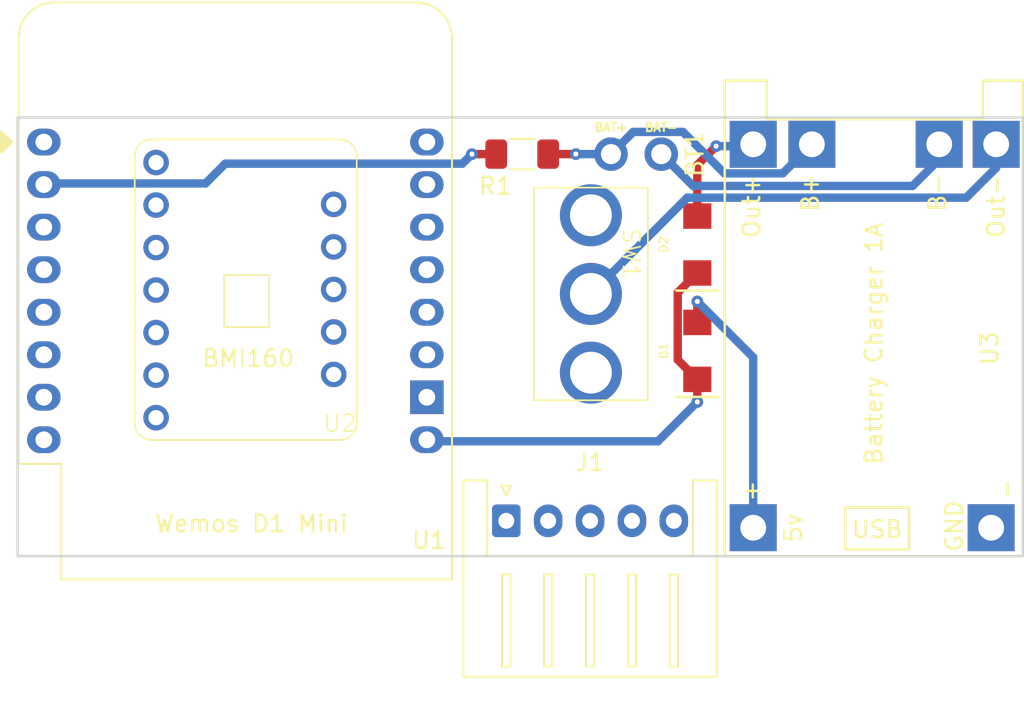
<source format=kicad_pcb>
(kicad_pcb (version 20221018) (generator pcbnew)
  (layers (0 "F.Cu" signal) (31 "B.Cu" power) (34 "B.Paste" user) (35 "F.Paste" user) (36 "B.SilkS" user "B.Silkscreen") (37 "F.SilkS" user "F.Silkscreen") (38 "B.Mask" user) (39 "F.Mask" user) (44 "Edge.Cuts" user))
  (net 0 "")
  (net 1 "Net-(BT1-Bat-)")
  (net 2 "Net-(BT1-Bat+)")
  (net 3 "Net-(D1-K)")
  (net 4 "Net-(U3-RB+)")
  (net 5 "Net-(U3-Out+)")
  (net 6 "Net-(J1-Pin_1)")
  (net 7 "Net-(J1-Pin_2)")
  (net 9 "Net-(J1-Pin_4)")
  (net 10 "Net-(J1-Pin_5)")
  (net 11 "Net-(U1-A0)")
  (net 13 "Net-(SW1-B)")
  (footprint "Module:WEMOS_D1_mini_light" (layer "F.Cu") (at 124.55 122.23)
    (fp_text reference "U1" (at 22.995 23.79) (layer "F.SilkS"))
    (fp_text value "WeMos_D1_mini")
    (fp_text user "Wemos D1 Mini" (at 12.395 22.79 unlocked) (layer "F.SilkS"))
    (fp_line (start -1.5 19.22) (end -1.5 -6.21) (stroke (width 0.12)) (layer "F.SilkS"))
    (fp_line (start -1.5 19.22) (end 1.04 19.22) (stroke (width 0.12)) (layer "F.SilkS"))
    (fp_line (start 1.04 19.22) (end 1.04 26.12) (stroke (width 0.12)) (layer "F.SilkS"))
    (fp_line (start 1.04 26.12) (end 24.36 26.12) (stroke (width 0.12)) (layer "F.SilkS"))
    (fp_line (start 22.24 -8.34) (end 0.63 -8.34) (stroke (width 0.12)) (layer "F.SilkS"))
    (fp_line (start 24.36 26.12) (end 24.36 -6.21) (stroke (width 0.12)) (layer "F.SilkS"))
    (fp_arc (start -1.5 -6.21) (mid -0.876137 -7.716137) (end 0.63 -8.34) (stroke (width 0.12)) (layer "F.SilkS"))
    (fp_arc (start 22.23 -8.34) (mid 23.736137 -7.716137) (end 24.36 -6.21) (stroke (width 0.12)) (layer "F.SilkS"))
    (fp_poly (pts (xy -2.54 -0.635) (xy -2.54 0.635) (xy -1.905 0)) (stroke (width 0.15)) (fill solid) (layer "F.SilkS"))
    (pad "1" thru_hole oval (at 0 0) (size 2 1.6) (drill 1) (layers "*.Cu" "*.Mask"))
    (pad "2" thru_hole oval (at 0 2.54) (size 2 1.6) (drill 1) (layers "*.Cu" "*.Mask") (net 11 "Net-(U1-A0)"))
    (pad "3" thru_hole oval (at 0 5.08) (size 2 1.6) (drill 1) (layers "*.Cu" "*.Mask"))
    (pad "4" thru_hole oval (at 0 7.62) (size 2 1.6) (drill 1) (layers "*.Cu" "*.Mask"))
    (pad "5" thru_hole oval (at 0 10.16) (size 2 1.6) (drill 1) (layers "*.Cu" "*.Mask"))
    (pad "6" thru_hole oval (at 0 12.7) (size 2 1.6) (drill 1) (layers "*.Cu" "*.Mask"))
    (pad "7" thru_hole oval (at 0 15.24) (size 2 1.6) (drill 1) (layers "*.Cu" "*.Mask"))
    (pad "8" thru_hole oval (at 0 17.78) (size 2 1.6) (drill 1) (layers "*.Cu" "*.Mask") (net 7 "Net-(J1-Pin_2)"))
    (pad "9" thru_hole oval (at 22.86 17.78) (size 2 1.6) (drill 1) (layers "*.Cu" "*.Mask") (net 3 "Net-(D1-K)"))
    (pad "10" thru_hole rect (at 22.86 15.24) (size 2 2) (drill 1) (layers "*.Cu" "*.Mask") (net 9 "Net-(J1-Pin_4)"))
    (pad "11" thru_hole oval (at 22.86 12.7) (size 2 1.6) (drill 1) (layers "*.Cu" "*.Mask"))
    (pad "12" thru_hole oval (at 22.86 10.16) (size 2 1.6) (drill 1) (layers "*.Cu" "*.Mask"))
    (pad "13" thru_hole oval (at 22.86 7.62) (size 2 1.6) (drill 1) (layers "*.Cu" "*.Mask") (net 6 "Net-(J1-Pin_1)"))
    (pad "14" thru_hole oval (at 22.86 5.08) (size 2 1.6) (drill 1) (layers "*.Cu" "*.Mask") (net 10 "Net-(J1-Pin_5)"))
    (pad "15" thru_hole oval (at 22.86 2.54) (size 2 1.6) (drill 1) (layers "*.Cu" "*.Mask"))
    (pad "16" thru_hole oval (at 22.86 0) (size 2 1.6) (drill 1) (layers "*.Cu" "*.Mask"))
  )
  (footprint "Module:BMI160 module" (layer "F.Cu") (at 129.975 122.075)
    (fp_text reference "U2" (at 12.25 16.95 unlocked) (layer "F.SilkS") (effects (font (thickness 0.1))))
    (fp_text value "~")
    (fp_text user "BMI160" (at 6.775 13.075 unlocked) (layer "F.SilkS"))
    (fp_line (start 0 1) (end 0 16.95) (stroke (width 0.1)) (layer "F.SilkS"))
    (fp_line (start 1 0) (end 12.25 0) (stroke (width 0.1)) (layer "F.SilkS"))
    (fp_line (start 1 17.95) (end 12.25 17.95) (stroke (width 0.1)) (layer "F.SilkS"))
    (fp_line (start 13.25 1) (end 13.25 16.95) (stroke (width 0.1)) (layer "F.SilkS"))
    (fp_rect (start 5.336 8.102) (end 8.026 11.202) (stroke (width 0.1)) (fill none) (layer "F.SilkS"))
    (fp_arc (start 0 1) (mid 0.292893 0.292893) (end 1 0) (stroke (width 0.1)) (layer "F.SilkS"))
    (fp_arc (start 1 17.95) (mid 0.292893 17.657107) (end 0 16.95) (stroke (width 0.1)) (layer "F.SilkS"))
    (fp_arc (start 12.25 0) (mid 12.957107 0.292893) (end 13.25 1) (stroke (width 0.1)) (layer "F.SilkS"))
    (fp_arc (start 13.25 16.95) (mid 12.957107 17.657107) (end 12.25 17.95) (stroke (width 0.1)) (layer "F.SilkS"))
    (pad "1" thru_hole circle (at 1.275 1.375) (size 1.524 1.524) (drill 0.914) (layers "*.Cu" "*.Mask"))
    (pad "2" thru_hole circle (at 1.275 3.915) (size 1.524 1.524) (drill 0.914) (layers "*.Cu" "*.Mask") (net 7 "Net-(J1-Pin_2)"))
    (pad "3" thru_hole circle (at 1.275 6.455) (size 1.524 1.524) (drill 0.914) (layers "*.Cu" "*.Mask") (net 9 "Net-(J1-Pin_4)"))
    (pad "4" thru_hole circle (at 1.275 8.995) (size 1.524 1.524) (drill 0.914) (layers "*.Cu" "*.Mask") (net 10 "Net-(J1-Pin_5)"))
    (pad "5" thru_hole circle (at 1.275 11.535) (size 1.524 1.524) (drill 0.914) (layers "*.Cu" "*.Mask") (net 6 "Net-(J1-Pin_1)"))
    (pad "6" thru_hole circle (at 1.275 14.075) (size 1.524 1.524) (drill 0.914) (layers "*.Cu" "*.Mask"))
    (pad "7" thru_hole circle (at 1.275 16.615) (size 1.524 1.524) (drill 0.914) (layers "*.Cu" "*.Mask") (net 9 "Net-(J1-Pin_4)"))
    (pad "8" thru_hole circle (at 11.875 3.875) (size 1.524 1.524) (drill 0.914) (layers "*.Cu" "*.Mask"))
    (pad "9" thru_hole circle (at 11.875 6.415) (size 1.524 1.524) (drill 0.914) (layers "*.Cu" "*.Mask"))
    (pad "10" thru_hole circle (at 11.875 8.955) (size 1.524 1.524) (drill 0.914) (layers "*.Cu" "*.Mask"))
    (pad "11" thru_hole circle (at 11.875 11.495) (size 1.524 1.524) (drill 0.914) (layers "*.Cu" "*.Mask"))
    (pad "12" thru_hole circle (at 11.875 14.035) (size 1.524 1.524) (drill 0.914) (layers "*.Cu" "*.Mask"))
  )
  (footprint "Switches:SS12D10" (layer "F.Cu") (at 157.1 131.25 -90)
    (fp_text reference "SW1" (at -2.35 -2.5 -90 unlocked) (layer "F.SilkS") (effects (font (thickness 0.1))))
    (fp_text value "SS12D10")
    (fp_rect (start -6.3 -3.5) (end 6.4 3.3) (stroke (width 0.1)) (fill none) (layer "F.SilkS"))
    (pad "1" thru_hole circle (at -4.65 -0.1 270) (size 3.7 3.7) (drill 2.5) (layers "*.Cu" "*.Mask"))
    (pad "2" thru_hole circle (at 0.05 -0.1 270) (size 3.7 3.7) (drill 2.5) (layers "*.Cu" "*.Mask") (net 13 "Net-(SW1-B)"))
    (pad "3" thru_hole circle (at 4.75 -0.1 270) (size 3.7 3.7) (drill 2.5) (layers "*.Cu" "*.Mask") (net 9 "Net-(J1-Pin_4)"))
  )
  (footprint "SlimeVRMotherBoard:Battery" (layer "F.Cu") (at 159.9 122.95 -90)
    (fp_text reference "BT1" (at 0 -3.5 90) (layer "F.SilkS"))
    (fp_text value "~")
    (fp_text user "BAT-" (at -1.6 -1.5) (layer "F.SilkS") (effects (font (size 0.5 0.5) (thickness 0.125))))
    (fp_text user "BAT+" (at -1.6 1.5) (layer "F.SilkS") (effects (font (size 0.5 0.5) (thickness 0.125))))
    (pad "1" thru_hole circle (at 0 -1.5 270) (size 2 2) (drill 1.2) (layers "*.Cu" "*.Mask") (net 1 "Net-(BT1-Bat-)"))
    (pad "2" thru_hole circle (at 0 1.5 270) (size 2 2) (drill 1.2) (layers "*.Cu" "*.Mask") (net 2 "Net-(BT1-Bat+)"))
  )
  (footprint "SlimeVRMotherBoard:DO-214AC" (layer "F.Cu") (at 163.55 128.35 90)
    (fp_text reference "D2" (at 0 -2 90) (layer "F.SilkS") (effects (font (size 0.5 0.5) (thickness 0.1))))
    (fp_text value "1N5817" hide)
    (fp_line (start -2.75 -1.25) (end -2.75 1.25) (stroke (width 0.15)) (layer "F.SilkS"))
    (pad "A" smd rect (at 1.7 0 90) (size 1.52 1.68) (layers "F.Cu" "F.Paste" "F.Mask") (net 5 "Net-(U3-Out+)"))
    (pad "C" smd rect (at -1.7 0 90) (size 1.52 1.68) (layers "F.Cu" "F.Paste" "F.Mask") (net 3 "Net-(D1-K)"))
  )
  (footprint "SlimeVRMotherBoard:TP4056-18650" (layer "F.Cu") (at 165.1875 146.9625 90)
    (fp_text reference "U3" (at 12.4125 15.8125 90) (layer "F.SilkS"))
    (fp_text value "~")
    (fp_text user "+" (at 3.9 1.6 90) (layer "F.SilkS"))
    (fp_text user "Out-" (at 20.9 16.2 90) (layer "F.SilkS"))
    (fp_text user "Out+" (at 20.9 1.6 90) (layer "F.SilkS"))
    (fp_text user "GND" (at 1.8 13.7 90) (layer "F.SilkS"))
    (fp_text user "-" (at 4 16.8 90) (layer "F.SilkS"))
    (fp_text user "USB" (at 1.6 9.1) (layer "F.SilkS"))
    (fp_text user "Battery Charger 1A" (at 12.7 8.9 90) (layer "F.SilkS"))
    (fp_text user "B+" (at 21.7 5.1 90) (layer "F.SilkS"))
    (fp_text user "B-" (at 21.7 12.7 90) (layer "F.SilkS"))
    (fp_text user "5v" (at 1.7 4.1 90) (layer "F.SilkS"))
    (fp_line (start 0 0) (end 26.3 0) (stroke (width 0.15)) (layer "F.SilkS"))
    (fp_line (start 0 17.8) (end 0 0) (stroke (width 0.15)) (layer "F.SilkS"))
    (fp_line (start 0.4 7.2) (end 2.9 7.2) (stroke (width 0.15)) (layer "F.SilkS"))
    (fp_line (start 0.4 11) (end 0.4 7.3) (stroke (width 0.15)) (layer "F.SilkS"))
    (fp_line (start 2.9 7.2) (end 2.9 11) (stroke (width 0.15)) (layer "F.SilkS"))
    (fp_line (start 2.9 11) (end 0.4 11) (stroke (width 0.15)) (layer "F.SilkS"))
    (fp_line (start 26.1 2.5) (end 26.1 15.4) (stroke (width 0.15)) (layer "F.SilkS"))
    (fp_line (start 26.1 15.4) (end 26.4 15.4) (stroke (width 0.15)) (layer "F.SilkS"))
    (fp_line (start 26.3 0) (end 28.4 0) (stroke (width 0.15)) (layer "F.SilkS"))
    (fp_line (start 26.3 15.4) (end 28.4 15.4) (stroke (width 0.15)) (layer "F.SilkS"))
    (fp_line (start 28.4 0) (end 28.4 2.5) (stroke (width 0.15)) (layer "F.SilkS"))
    (fp_line (start 28.4 2.5) (end 26.1 2.5) (stroke (width 0.15)) (layer "F.SilkS"))
    (fp_line (start 28.4 15.4) (end 28.4 15.7) (stroke (width 0.15)) (layer "F.SilkS"))
    (fp_line (start 28.4 15.7) (end 28.4 17.8) (stroke (width 0.15)) (layer "F.SilkS"))
    (fp_line (start 28.4 17.8) (end 0 17.8) (stroke (width 0.15)) (layer "F.SilkS"))
    (pad "1" thru_hole rect (at 1.7 1.7 90) (size 2.8 2.8) (drill 1.54) (layers "*.Cu" "*.Mask") (net 4 "Net-(U3-RB+)"))
    (pad "2" thru_hole rect (at 1.7 15.9 90) (size 2.8 2.8) (drill 1.54) (layers "*.Cu" "*.Mask"))
    (pad "3" thru_hole rect (at 24.6 1.7 90) (size 2.8 2.8) (drill 1.54) (layers "*.Cu" "*.Mask") (net 5 "Net-(U3-Out+)"))
    (pad "4" thru_hole rect (at 24.6 16.2 90) (size 2.8 2.8) (drill 1.54) (layers "*.Cu" "*.Mask") (net 13 "Net-(SW1-B)"))
    (pad "5" thru_hole rect (at 24.6 5.2 90) (size 2.8 2.8) (drill 1.54) (layers "*.Cu" "*.Mask") (net 2 "Net-(BT1-Bat+)"))
    (pad "6" thru_hole rect (at 24.6 12.8 90) (size 2.8 2.8) (drill 1.54) (layers "*.Cu" "*.Mask") (net 1 "Net-(BT1-Bat-)"))
  )
  (footprint "Resistor_SMD:R_1206_3216Metric_Pad1.30x1.75mm_HandSolder" (layer "F.Cu") (at 153.1 122.95 180)
    (fp_text reference "R1" (at 1.6 -1.9) (layer "F.SilkS"))
    (fp_text value "180K 1206")
    (fp_line (start -0.727064 -0.91) (end 0.727064 -0.91) (stroke (width 0.12)) (layer "F.SilkS"))
    (fp_line (start -0.727064 0.91) (end 0.727064 0.91) (stroke (width 0.12)) (layer "F.SilkS"))
    (pad "1" smd roundrect (at -1.55 0 180) (size 1.3 1.75) (layers "F.Cu" "F.Paste" "F.Mask") (roundrect_rratio 0.192308) (net 2 "Net-(BT1-Bat+)"))
    (pad "2" smd roundrect (at 1.55 0 180) (size 1.3 1.75) (layers "F.Cu" "F.Paste" "F.Mask") (roundrect_rratio 0.192308) (net 11 "Net-(U1-A0)"))
  )
  (footprint "Connector_JST:JST_XH_S5B-XH-A_1x05_P2.50mm_Horizontal" (layer "F.Cu") (at 152.15 144.85)
    (fp_text reference "J1" (at 5 -3.5) (layer "F.SilkS"))
    (fp_text value "JST 5Pin XH 2.54mm")
    (fp_line (start -2.56 -2.41) (end -1.14 -2.41) (stroke (width 0.12)) (layer "F.SilkS"))
    (fp_line (start -2.56 9.31) (end -2.56 -2.41) (stroke (width 0.12)) (layer "F.SilkS"))
    (fp_line (start -1.14 -2.41) (end -1.14 2.09) (stroke (width 0.12)) (layer "F.SilkS"))
    (fp_line (start -1.14 2.09) (end 5 2.09) (stroke (width 0.12)) (layer "F.SilkS"))
    (fp_line (start -0.3 -2.1) (end 0.3 -2.1) (stroke (width 0.12)) (layer "F.SilkS"))
    (fp_line (start -0.25 3.2) (end -0.25 8.7) (stroke (width 0.12)) (layer "F.SilkS"))
    (fp_line (start -0.25 8.7) (end 0.25 8.7) (stroke (width 0.12)) (layer "F.SilkS"))
    (fp_line (start 0 -1.5) (end -0.3 -2.1) (stroke (width 0.12)) (layer "F.SilkS"))
    (fp_line (start 0.25 3.2) (end -0.25 3.2) (stroke (width 0.12)) (layer "F.SilkS"))
    (fp_line (start 0.25 8.7) (end 0.25 3.2) (stroke (width 0.12)) (layer "F.SilkS"))
    (fp_line (start 0.3 -2.1) (end 0 -1.5) (stroke (width 0.12)) (layer "F.SilkS"))
    (fp_line (start 2.25 3.2) (end 2.25 8.7) (stroke (width 0.12)) (layer "F.SilkS"))
    (fp_line (start 2.25 8.7) (end 2.75 8.7) (stroke (width 0.12)) (layer "F.SilkS"))
    (fp_line (start 2.75 3.2) (end 2.25 3.2) (stroke (width 0.12)) (layer "F.SilkS"))
    (fp_line (start 2.75 8.7) (end 2.75 3.2) (stroke (width 0.12)) (layer "F.SilkS"))
    (fp_line (start 4.75 3.2) (end 4.75 8.7) (stroke (width 0.12)) (layer "F.SilkS"))
    (fp_line (start 4.75 8.7) (end 5.25 8.7) (stroke (width 0.12)) (layer "F.SilkS"))
    (fp_line (start 5 9.31) (end -2.56 9.31) (stroke (width 0.12)) (layer "F.SilkS"))
    (fp_line (start 5 9.31) (end 12.56 9.31) (stroke (width 0.12)) (layer "F.SilkS"))
    (fp_line (start 5.25 3.2) (end 4.75 3.2) (stroke (width 0.12)) (layer "F.SilkS"))
    (fp_line (start 5.25 8.7) (end 5.25 3.2) (stroke (width 0.12)) (layer "F.SilkS"))
    (fp_line (start 7.25 3.2) (end 7.25 8.7) (stroke (width 0.12)) (layer "F.SilkS"))
    (fp_line (start 7.25 8.7) (end 7.75 8.7) (stroke (width 0.12)) (layer "F.SilkS"))
    (fp_line (start 7.75 3.2) (end 7.25 3.2) (stroke (width 0.12)) (layer "F.SilkS"))
    (fp_line (start 7.75 8.7) (end 7.75 3.2) (stroke (width 0.12)) (layer "F.SilkS"))
    (fp_line (start 9.75 3.2) (end 9.75 8.7) (stroke (width 0.12)) (layer "F.SilkS"))
    (fp_line (start 9.75 8.7) (end 10.25 8.7) (stroke (width 0.12)) (layer "F.SilkS"))
    (fp_line (start 10.25 3.2) (end 9.75 3.2) (stroke (width 0.12)) (layer "F.SilkS"))
    (fp_line (start 10.25 8.7) (end 10.25 3.2) (stroke (width 0.12)) (layer "F.SilkS"))
    (fp_line (start 11.14 -2.41) (end 11.14 2.09) (stroke (width 0.12)) (layer "F.SilkS"))
    (fp_line (start 11.14 2.09) (end 5 2.09) (stroke (width 0.12)) (layer "F.SilkS"))
    (fp_line (start 12.56 -2.41) (end 11.14 -2.41) (stroke (width 0.12)) (layer "F.SilkS"))
    (fp_line (start 12.56 9.31) (end 12.56 -2.41) (stroke (width 0.12)) (layer "F.SilkS"))
    (pad "1" thru_hole roundrect (at 0 0) (size 1.7 1.95) (drill 0.95) (layers "*.Cu" "*.Mask") (roundrect_rratio 0.147059) (net 6 "Net-(J1-Pin_1)"))
    (pad "2" thru_hole oval (at 2.5 0) (size 1.7 1.95) (drill 0.95) (layers "*.Cu" "*.Mask") (net 7 "Net-(J1-Pin_2)"))
    (pad "3" thru_hole oval (at 5 0) (size 1.7 1.95) (drill 0.95) (layers "*.Cu" "*.Mask"))
    (pad "4" thru_hole oval (at 7.5 0) (size 1.7 1.95) (drill 0.95) (layers "*.Cu" "*.Mask") (net 9 "Net-(J1-Pin_4)"))
    (pad "5" thru_hole oval (at 10 0) (size 1.7 1.95) (drill 0.95) (layers "*.Cu" "*.Mask") (net 10 "Net-(J1-Pin_5)"))
  )
  (footprint "SlimeVRMotherBoard:DO-214AC" (layer "F.Cu") (at 163.55 134.7 90)
    (fp_text reference "D1" (at 0 -2 90) (layer "F.SilkS") (effects (font (size 0.5 0.5) (thickness 0.1))))
    (fp_text value "1N5817" hide)
    (fp_line (start -2.75 -1.25) (end -2.75 1.25) (stroke (width 0.15)) (layer "F.SilkS"))
    (pad "A" smd rect (at 1.7 0 90) (size 1.52 1.68) (layers "F.Cu" "F.Paste" "F.Mask") (net 4 "Net-(U3-RB+)"))
    (pad "C" smd rect (at -1.7 0 90) (size 1.52 1.68) (layers "F.Cu" "F.Paste" "F.Mask") (net 3 "Net-(D1-K)"))
  )
  (gr_rect (start 122.9875 120.7625) (end 182.9875 146.9625) (stroke (width 0.15)) (fill none) (layer "Edge.Cuts"))
  (segment (start 177.9875 123.2625) (end 177.9875 122.3625) (width 0.5) (layer "B.Cu") (net 1))
  (segment (start 176.4 124.85) (end 177.9875 123.2625) (width 0.5) (layer "B.Cu") (net 1))
  (segment (start 161.4 122.95) (end 163.3 124.85) (width 0.5) (layer "B.Cu") (net 1))
  (segment (start 163.3 124.85) (end 176.4 124.85) (width 0.5) (layer "B.Cu") (net 1))
  (segment (start 154.65 122.95) (end 156.3 122.95) (width 0.5) (layer "F.Cu") (net 2))
  (segment (start 156.3 122.95) (end 156.25 122.95) (width 0.5) (layer "F.Cu") (net 2))
  (via (at 156.3 122.95) (size 0.7) (drill 0.3) (layers "F.Cu" "B.Cu") (net 2))
  (segment (start 156.3 122.95) (end 158.4 122.95) (width 0.5) (layer "B.Cu") (net 2))
  (segment (start 165.171 124.1) (end 168.65 124.1) (width 0.5) (layer "B.Cu") (net 2))
  (segment (start 162.694 121.623) (end 165.171 124.1) (width 0.5) (layer "B.Cu") (net 2))
  (segment (start 159.727 121.623) (end 162.694 121.623) (width 0.5) (layer "B.Cu") (net 2))
  (segment (start 158.4 122.95) (end 159.727 121.623) (width 0.5) (layer "B.Cu") (net 2))
  (segment (start 168.65 124.1) (end 170.3875 122.3625) (width 0.5) (layer "B.Cu") (net 2))
  (segment (start 162.383 131.217) (end 162.383 135.233) (width 0.5) (layer "F.Cu") (net 3))
  (segment (start 162.383 135.233) (end 163.55 136.4) (width 0.5) (layer "F.Cu") (net 3))
  (segment (start 163.55 137.75) (end 163.55 136.4) (width 0.5) (layer "F.Cu") (net 3))
  (segment (start 163.55 130.05) (end 162.383 131.217) (width 0.5) (layer "F.Cu") (net 3))
  (via (at 163.55 137.75) (size 0.7) (drill 0.3) (layers "F.Cu" "B.Cu") (net 3))
  (segment (start 163.55 137.75) (end 161.2 140.1) (width 0.5) (layer "B.Cu") (net 3))
  (segment (start 161.2 140.1) (end 147.5 140.1) (width 0.5) (layer "B.Cu") (net 3))
  (segment (start 147.5 140.1) (end 147.41 140.01) (width 0.5) (layer "B.Cu") (net 3))
  (segment (start 163.55 131.75) (end 163.55 132) (width 0.5) (layer "F.Cu") (net 4))
  (segment (start 163.55 133) (end 163.55 131.75) (width 0.5) (layer "F.Cu") (net 4))
  (via (at 163.55 131.75) (size 0.7) (drill 0.3) (layers "F.Cu" "B.Cu") (net 4))
  (segment (start 163.55 131.75) (end 166.8875 135.0875) (width 0.5) (layer "B.Cu") (net 4))
  (segment (start 166.8875 135.0875) (end 166.8875 145.2625) (width 0.5) (layer "B.Cu") (net 4))
  (segment (start 164.675832 122.474168) (end 163.55 123.6) (width 0.5) (layer "F.Cu") (net 5))
  (segment (start 163.55 123.6) (end 163.55 126.65) (width 0.5) (layer "F.Cu") (net 5))
  (via (at 164.675832 122.474168) (size 0.7) (drill 0.3) (layers "F.Cu" "B.Cu") (net 5))
  (segment (start 166.775832 122.474168) (end 166.8875 122.3625) (width 0.5) (layer "B.Cu") (net 5))
  (segment (start 164.675832 122.474168) (end 166.775832 122.474168) (width 0.5) (layer "B.Cu") (net 5))
  (segment (start 151.55 122.95) (end 150.1 122.95) (width 0.5) (layer "F.Cu") (net 11))
  (segment (start 150.1 122.95) (end 150.2 122.95) (width 0.5) (layer "F.Cu") (net 11))
  (via (at 150.1 122.95) (size 0.7) (drill 0.3) (layers "F.Cu" "B.Cu") (net 11))
  (segment (start 124.62 124.7) (end 124.55 124.77) (width 0.5) (layer "B.Cu") (net 11))
  (segment (start 134.2 124.7) (end 124.62 124.7) (width 0.5) (layer "B.Cu") (net 11))
  (segment (start 149.53 123.52) (end 135.38 123.52) (width 0.5) (layer "B.Cu") (net 11))
  (segment (start 150.1 122.95) (end 149.53 123.52) (width 0.5) (layer "B.Cu") (net 11))
  (segment (start 135.38 123.52) (end 134.2 124.7) (width 0.5) (layer "B.Cu") (net 11))
  (segment (start 179.6 125.55) (end 162.95 125.55) (width 0.5) (layer "B.Cu") (net 13))
  (segment (start 181.3875 123.7625) (end 179.6 125.55) (width 0.5) (layer "B.Cu") (net 13))
  (segment (start 181.3875 122.3625) (end 181.3875 123.7625) (width 0.5) (layer "B.Cu") (net 13))
  (segment (start 162.95 125.55) (end 157.2 131.3) (width 0.5) (layer "B.Cu") (net 13))
)
</source>
